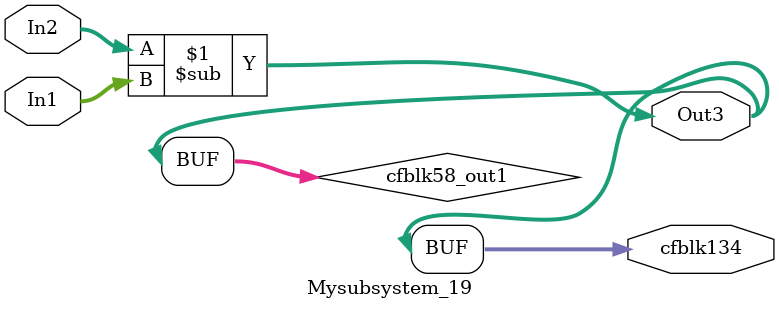
<source format=v>



`timescale 1 ns / 1 ns

module Mysubsystem_19
          (In1,
           In2,
           cfblk134,
           Out3);


  input   [7:0] In1;  // uint8
  input   [7:0] In2;  // uint8
  output  [7:0] cfblk134;  // uint8
  output  [7:0] Out3;  // uint8


  wire [7:0] cfblk58_out1;  // uint8


  assign cfblk58_out1 = In2 - In1;



  assign cfblk134 = cfblk58_out1;

  assign Out3 = cfblk58_out1;

endmodule  // Mysubsystem_19


</source>
